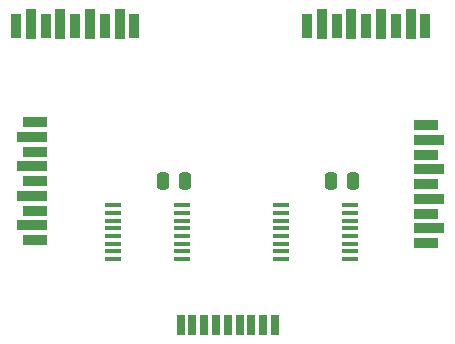
<source format=gtp>
%TF.GenerationSoftware,KiCad,Pcbnew,7.0.0-da2b9df05c~163~ubuntu22.04.1*%
%TF.CreationDate,2023-02-19T22:43:29+00:00*%
%TF.ProjectId,userioswitch,75736572-696f-4737-9769-7463682e6b69,rev?*%
%TF.SameCoordinates,Original*%
%TF.FileFunction,Paste,Top*%
%TF.FilePolarity,Positive*%
%FSLAX46Y46*%
G04 Gerber Fmt 4.6, Leading zero omitted, Abs format (unit mm)*
G04 Created by KiCad (PCBNEW 7.0.0-da2b9df05c~163~ubuntu22.04.1) date 2023-02-19 22:43:29*
%MOMM*%
%LPD*%
G01*
G04 APERTURE LIST*
G04 Aperture macros list*
%AMRoundRect*
0 Rectangle with rounded corners*
0 $1 Rounding radius*
0 $2 $3 $4 $5 $6 $7 $8 $9 X,Y pos of 4 corners*
0 Add a 4 corners polygon primitive as box body*
4,1,4,$2,$3,$4,$5,$6,$7,$8,$9,$2,$3,0*
0 Add four circle primitives for the rounded corners*
1,1,$1+$1,$2,$3*
1,1,$1+$1,$4,$5*
1,1,$1+$1,$6,$7*
1,1,$1+$1,$8,$9*
0 Add four rect primitives between the rounded corners*
20,1,$1+$1,$2,$3,$4,$5,0*
20,1,$1+$1,$4,$5,$6,$7,0*
20,1,$1+$1,$6,$7,$8,$9,0*
20,1,$1+$1,$8,$9,$2,$3,0*%
G04 Aperture macros list end*
%ADD10R,2.600000X0.900000*%
%ADD11R,2.150000X0.900000*%
%ADD12R,0.900000X2.600000*%
%ADD13R,0.900000X2.150000*%
%ADD14R,0.700000X1.800000*%
%ADD15R,1.475000X0.450000*%
%ADD16RoundRect,0.250000X0.250000X0.475000X-0.250000X0.475000X-0.250000X-0.475000X0.250000X-0.475000X0*%
G04 APERTURE END LIST*
D10*
%TO.C,J6*%
X219186499Y-95951999D03*
X219186499Y-93451999D03*
X219186499Y-90951999D03*
X219186499Y-88451999D03*
D11*
X218961499Y-87201999D03*
X218961499Y-89701999D03*
X218961499Y-92201999D03*
X218961499Y-94701999D03*
X218961499Y-97201999D03*
%TD*%
D12*
%TO.C,J5*%
X217617999Y-78625999D03*
X215117999Y-78625999D03*
X212617999Y-78625999D03*
X210117999Y-78625999D03*
D13*
X208867999Y-78850999D03*
X211367999Y-78850999D03*
X213867999Y-78850999D03*
X216367999Y-78850999D03*
X218867999Y-78850999D03*
%TD*%
D11*
%TO.C,J4*%
X185784999Y-86947999D03*
X185784999Y-89447999D03*
X185784999Y-91947999D03*
X185784999Y-94447999D03*
X185784999Y-96947999D03*
D10*
X185559999Y-95697999D03*
X185559999Y-93197999D03*
X185559999Y-90697999D03*
X185559999Y-88197999D03*
%TD*%
D12*
%TO.C,J3*%
X192979999Y-78625999D03*
X190479999Y-78625999D03*
X187979999Y-78625999D03*
X185479999Y-78625999D03*
D13*
X184229999Y-78850999D03*
X186729999Y-78850999D03*
X189229999Y-78850999D03*
X191729999Y-78850999D03*
X194229999Y-78850999D03*
%TD*%
D14*
%TO.C,J1*%
X206147999Y-104150999D03*
X204147999Y-104150999D03*
X202147999Y-104150999D03*
X200147999Y-104150999D03*
X198147999Y-104150999D03*
X199147999Y-104150999D03*
X201147999Y-104150999D03*
X203147999Y-104150999D03*
X205147999Y-104150999D03*
%TD*%
D15*
%TO.C,IC2*%
X206611999Y-93990999D03*
X206611999Y-94640999D03*
X206611999Y-95290999D03*
X206611999Y-95940999D03*
X206611999Y-96590999D03*
X206611999Y-97240999D03*
X206611999Y-97890999D03*
X206611999Y-98540999D03*
X212487999Y-98540999D03*
X212487999Y-97890999D03*
X212487999Y-97240999D03*
X212487999Y-96590999D03*
X212487999Y-95940999D03*
X212487999Y-95290999D03*
X212487999Y-94640999D03*
X212487999Y-93990999D03*
%TD*%
%TO.C,IC1*%
X192387999Y-93990999D03*
X192387999Y-94640999D03*
X192387999Y-95290999D03*
X192387999Y-95940999D03*
X192387999Y-96590999D03*
X192387999Y-97240999D03*
X192387999Y-97890999D03*
X192387999Y-98540999D03*
X198263999Y-98540999D03*
X198263999Y-97890999D03*
X198263999Y-97240999D03*
X198263999Y-96590999D03*
X198263999Y-95940999D03*
X198263999Y-95290999D03*
X198263999Y-94640999D03*
X198263999Y-93990999D03*
%TD*%
D16*
%TO.C,C2*%
X212786000Y-91948000D03*
X210886000Y-91948000D03*
%TD*%
%TO.C,C1*%
X198562000Y-91948000D03*
X196662000Y-91948000D03*
%TD*%
M02*

</source>
